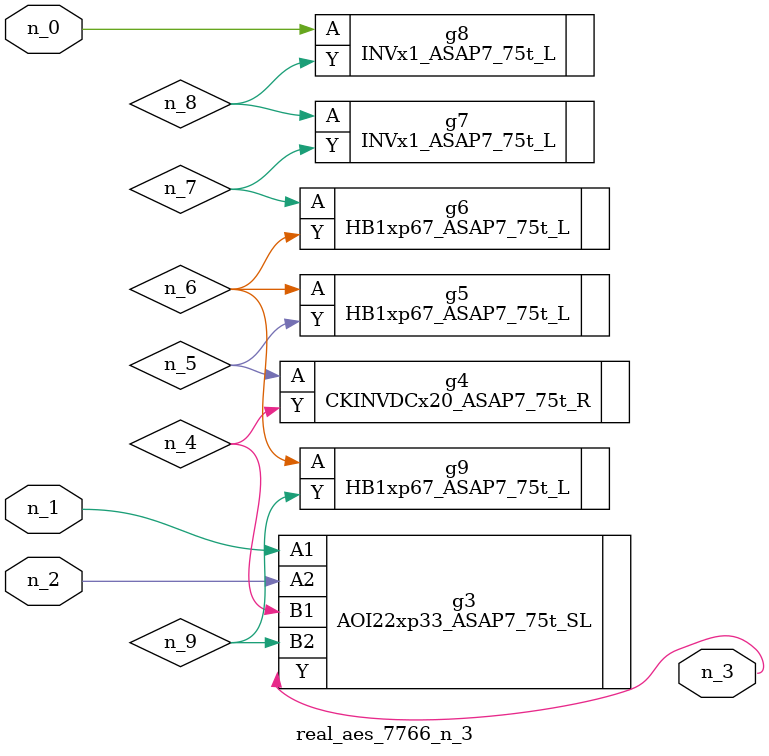
<source format=v>
module real_aes_7766_n_3 (n_0, n_2, n_1, n_3);
input n_0;
input n_2;
input n_1;
output n_3;
wire n_4;
wire n_5;
wire n_7;
wire n_9;
wire n_6;
wire n_8;
INVx1_ASAP7_75t_L g8 ( .A(n_0), .Y(n_8) );
AOI22xp33_ASAP7_75t_SL g3 ( .A1(n_1), .A2(n_2), .B1(n_4), .B2(n_9), .Y(n_3) );
CKINVDCx20_ASAP7_75t_R g4 ( .A(n_5), .Y(n_4) );
HB1xp67_ASAP7_75t_L g5 ( .A(n_6), .Y(n_5) );
HB1xp67_ASAP7_75t_L g9 ( .A(n_6), .Y(n_9) );
HB1xp67_ASAP7_75t_L g6 ( .A(n_7), .Y(n_6) );
INVx1_ASAP7_75t_L g7 ( .A(n_8), .Y(n_7) );
endmodule
</source>
